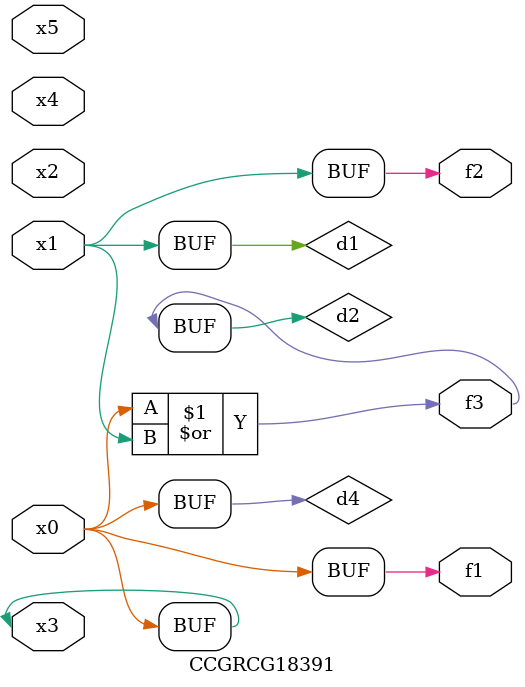
<source format=v>
module CCGRCG18391(
	input x0, x1, x2, x3, x4, x5,
	output f1, f2, f3
);

	wire d1, d2, d3, d4;

	and (d1, x1);
	or (d2, x0, x1);
	nand (d3, x0, x5);
	buf (d4, x0, x3);
	assign f1 = d4;
	assign f2 = d1;
	assign f3 = d2;
endmodule

</source>
